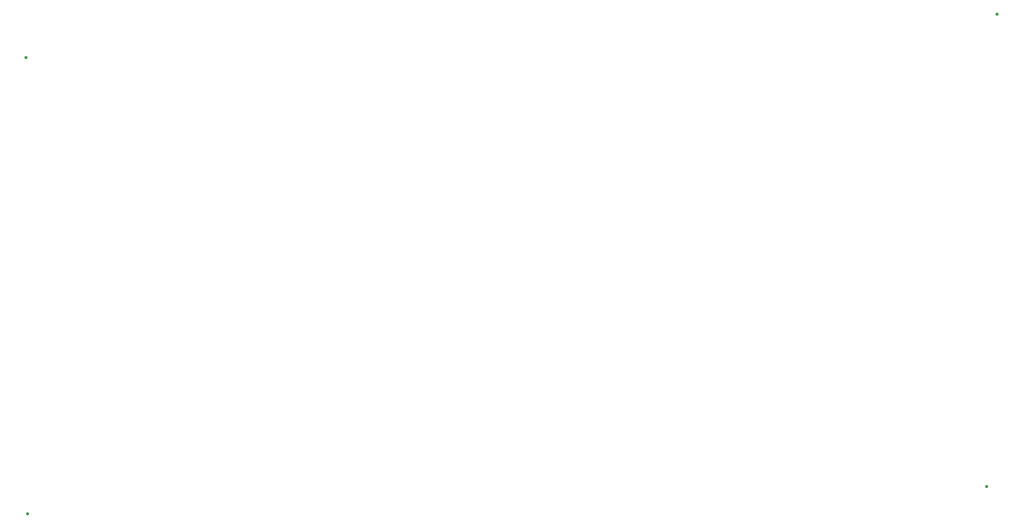
<source format=gbp>
%FSLAX24Y24*%
%MOIN*%
G70*
G01*
G75*
G04 Layer_Color=128*
%ADD10R,0.1299X0.0787*%
%ADD11O,0.0217X0.0689*%
%ADD12O,0.0689X0.0217*%
%ADD13R,0.0354X0.0354*%
%ADD14C,0.0394*%
%ADD15R,0.2264X0.2559*%
%ADD16R,0.0492X0.1201*%
%ADD17O,0.0236X0.0866*%
%ADD18R,0.0335X0.0335*%
%ADD19R,0.0394X0.0394*%
%ADD20R,0.0630X0.1181*%
%ADD21R,0.0787X0.2362*%
%ADD22R,0.0630X0.0236*%
%ADD23R,0.0472X0.1378*%
%ADD24R,0.0866X0.0925*%
%ADD25R,0.0610X0.0925*%
%ADD26R,0.0335X0.0669*%
%ADD27R,0.2185X0.2559*%
%ADD28R,0.0236X0.0866*%
%ADD29C,0.0150*%
%ADD30C,0.0500*%
%ADD31C,0.0200*%
%ADD32C,0.0300*%
%ADD33C,0.0250*%
%ADD34C,0.0100*%
%ADD35C,0.0630*%
%ADD36C,0.0591*%
%ADD37C,0.0591*%
%ADD38R,0.0591X0.0591*%
%ADD39P,0.2706X8X22.5*%
%ADD40C,0.1161*%
%ADD41R,0.0591X0.0591*%
%ADD42C,0.0500*%
%ADD43C,0.0394*%
%ADD44C,0.0098*%
%ADD45C,0.0236*%
%ADD46C,0.0079*%
D43*
X172400Y72400D02*
D03*
X51400Y67000D02*
D03*
X171100Y13600D02*
D03*
X51600Y10200D02*
D03*
M02*

</source>
